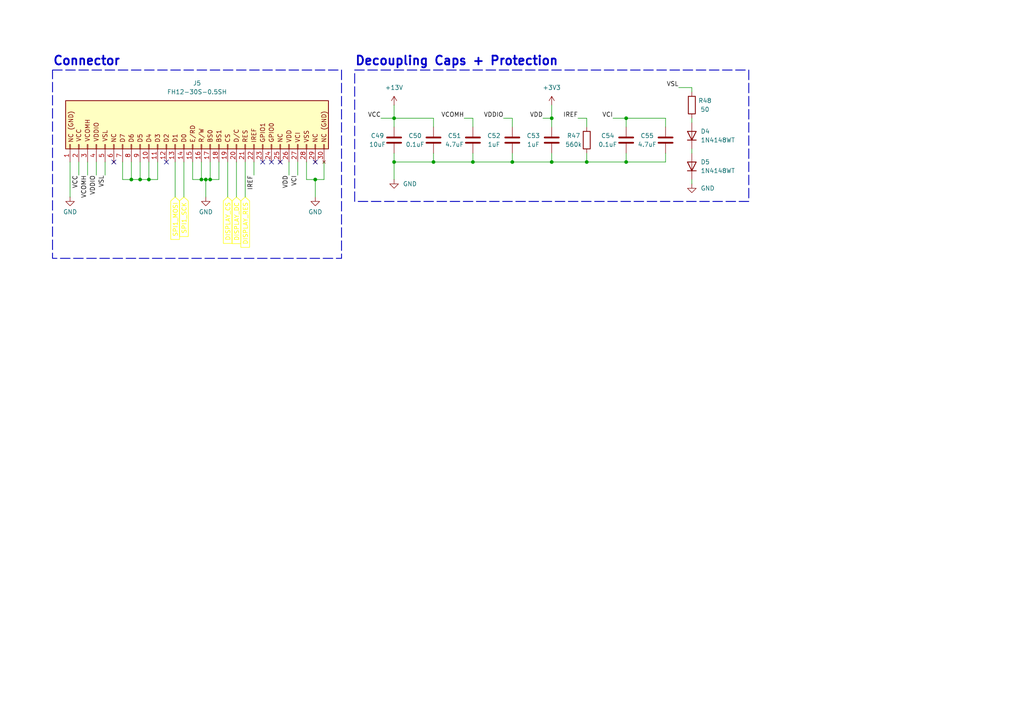
<source format=kicad_sch>
(kicad_sch (version 20250114) (generator "eeschema") (generator_version "9.0")
  (paper "A4")
  (title_block (title "HRVSTR") (date "2025-07-13") (rev "V1.0") (company "Smuggr"))
  (lib_symbols
    (symbol "Device:C" (pin_numbers (hide yes)) (pin_names (offset 0.254))
      (property "Reference" "C" (at 0.635 2.54 0))
      (property "Value" "C" (at 0.635 -2.54 0))
      (symbol "C_0_1"
        (polyline (pts (xy -2.032 0.762) (xy 2.032 0.762)) (stroke (width 0.508)))
        (polyline (pts (xy -2.032 -0.762) (xy 2.032 -0.762)) (stroke (width 0.508)))
      )
      (symbol "C_1_1"
        (pin passive line (at 0 3.81 270) (length 2.794) (name "~") (number "1"))
        (pin passive line (at 0 -3.81 90) (length 2.794) (name "~") (number "2"))
      )
    )
    (symbol "Device:R" (pin_numbers (hide yes)) (pin_names (offset 0))
      (property "Reference" "R" (at 2.032 0 90))
      (property "Value" "R" (at 0 0 90))
      (symbol "R_0_1"
        (rectangle (start -1.016 -2.54) (end 1.016 2.54) (stroke (width 0.254)))
      )
      (symbol "R_1_1"
        (pin passive line (at 0 3.81 270) (length 1.27) (name "~") (number "1"))
        (pin passive line (at 0 -3.81 90) (length 1.27) (name "~") (number "2"))
      )
    )
    (symbol "Diode:1N4148WT" (pin_numbers (hide yes)) (pin_names (hide yes))
      (property "Reference" "D" (at 0 2.54 0))
      (property "Value" "1N4148WT" (at 0 -2.54 0))
      (symbol "1N4148WT_0_1"
        (polyline (pts (xy -1.27 1.27) (xy -1.27 -1.27)) (stroke (width 0.254)))
        (polyline (pts (xy 1.27 1.27) (xy 1.27 -1.27) (xy -1.27 0) (xy 1.27 1.27)) (stroke (width 0.254)))
        (polyline (pts (xy 1.27 0) (xy -1.27 0)))
      )
      (symbol "1N4148WT_1_1"
        (pin passive line (at -3.81 0 0) (length 2.54) (name "K") (number "1"))
        (pin passive line (at 3.81 0 180) (length 2.54) (name "A") (number "2"))
      )
    )
    (symbol "UG-2828GDEDF11:Conn_01x30" (pin_names (offset 1.016) (hide yes))
      (property "Reference" "J5" (at 6.35 -1.27 90))
      (property "Value" "FH12-30S-0.5SH" (at 3.81 -1.27 90))
      (symbol "Conn_01x30_1_1"
        (rectangle (start -1.27 36.83) (end 12.7 -39.37) (stroke (width 0.254)) (fill (type background)))
        (rectangle (start -1.27 35.687) (end 0 35.433) (stroke (width 0.1524)))
        (rectangle (start -1.27 33.147) (end 0 32.893) (stroke (width 0.1524)))
        (rectangle (start -1.27 30.607) (end 0 30.353) (stroke (width 0.1524)))
        (rectangle (start -1.27 28.067) (end 0 27.813) (stroke (width 0.1524)))
        (rectangle (start -1.27 25.527) (end 0 25.273) (stroke (width 0.1524)))
        (rectangle (start -1.27 22.987) (end 0 22.733) (stroke (width 0.1524)))
        (rectangle (start -1.27 20.447) (end 0 20.193) (stroke (width 0.1524)))
        (rectangle (start -1.27 17.907) (end 0 17.653) (stroke (width 0.1524)))
        (rectangle (start -1.27 15.367) (end 0 15.113) (stroke (width 0.1524)))
        (rectangle (start -1.27 12.827) (end 0 12.573) (stroke (width 0.1524)))
        (rectangle (start -1.27 10.287) (end 0 10.033) (stroke (width 0.1524)))
        (rectangle (start -1.27 7.747) (end 0 7.493) (stroke (width 0.1524)))
        (rectangle (start -1.27 5.207) (end 0 4.953) (stroke (width 0.1524)))
        (rectangle (start -1.27 2.667) (end 0 2.413) (stroke (width 0.1524)))
        (rectangle (start -1.27 0.127) (end 0 -0.127) (stroke (width 0.1524)))
        (rectangle (start -1.27 -2.413) (end 0 -2.667) (stroke (width 0.1524)))
        (rectangle (start -1.27 -4.953) (end 0 -5.207) (stroke (width 0.1524)))
        (rectangle (start -1.27 -7.493) (end 0 -7.747) (stroke (width 0.1524)))
        (rectangle (start -1.27 -10.033) (end 0 -10.287) (stroke (width 0.1524)))
        (rectangle (start -1.27 -12.573) (end 0 -12.827) (stroke (width 0.1524)))
        (rectangle (start -1.27 -15.113) (end 0 -15.367) (stroke (width 0.1524)))
        (rectangle (start -1.27 -17.653) (end 0 -17.907) (stroke (width 0.1524)))
        (rectangle (start -1.27 -20.193) (end 0 -20.447) (stroke (width 0.1524)))
        (rectangle (start -1.27 -22.733) (end 0 -22.987) (stroke (width 0.1524)))
        (rectangle (start -1.27 -25.273) (end 0 -25.527) (stroke (width 0.1524)))
        (rectangle (start -1.27 -27.813) (end 0 -28.067) (stroke (width 0.1524)))
        (rectangle (start -1.27 -30.353) (end 0 -30.607) (stroke (width 0.1524)))
        (rectangle (start -1.27 -32.893) (end 0 -33.147) (stroke (width 0.1524)))
        (rectangle (start -1.27 -35.433) (end 0 -35.687) (stroke (width 0.1524)))
        (rectangle (start -1.27 -37.973) (end 0 -38.227) (stroke (width 0.1524)))
        (text "NC (GND)" (at 0.508 35.306 0) (effects (font (size 1.27 1.27)) (justify left)))
        (text "NC" (at 0.508 22.86 0) (effects (font (size 1.27 1.27)) (justify left)))
        (text "D7" (at 0.508 20.32 0) (effects (font (size 1.27 1.27)) (justify left)))
        (text "D6" (at 0.508 17.78 0) (effects (font (size 1.27 1.27)) (justify left)))
        (text "D5" (at 0.508 15.24 0) (effects (font (size 1.27 1.27)) (justify left)))
        (text "D4" (at 0.508 12.7 0) (effects (font (size 1.27 1.27)) (justify left)))
        (text "D3" (at 0.508 10.16 0) (effects (font (size 1.27 1.27)) (justify left)))
        (text "D2" (at 0.508 7.62 0) (effects (font (size 1.27 1.27)) (justify left)))
        (text "D1" (at 0.508 5.08 0) (effects (font (size 1.27 1.27)) (justify left)))
        (text "D0" (at 0.508 2.54 0) (effects (font (size 1.27 1.27)) (justify left)))
        (text "E/RD" (at 0.508 0 0) (effects (font (size 1.27 1.27)) (justify left)))
        (text "R/W" (at 0.508 -2.54 0) (effects (font (size 1.27 1.27)) (justify left)))
        (text "BS0" (at 0.508 -5.08 0) (effects (font (size 1.27 1.27)) (justify left)))
        (text "BS1" (at 0.508 -7.62 0) (effects (font (size 1.27 1.27)) (justify left)))
        (text "CS" (at 0.508 -10.16 0) (effects (font (size 1.27 1.27)) (justify left)))
        (text "D/C" (at 0.508 -12.7 0) (effects (font (size 1.27 1.27)) (justify left)))
        (text "RES" (at 0.508 -15.24 0) (effects (font (size 1.27 1.27)) (justify left)))
        (text "IREF" (at 0.508 -17.78 0) (effects (font (size 1.27 1.27)) (justify left)))
        (text "GPIO1" (at 0.508 -20.32 0) (effects (font (size 1.27 1.27)) (justify left)))
        (text "GPIO0" (at 0.508 -22.86 0) (effects (font (size 1.27 1.27)) (justify left)))
        (text "NC" (at 0.508 -25.4 0) (effects (font (size 1.27 1.27)) (justify left)))
        (text "VDD" (at 0.508 -27.94 0) (effects (font (size 1.27 1.27)) (justify left)))
        (text "VCI" (at 0.508 -30.48 0) (effects (font (size 1.27 1.27)) (justify left)))
        (text "VSS" (at 0.508 -33.02 0) (effects (font (size 1.27 1.27)) (justify left)))
        (text "NC" (at 0.508 -35.56 0) (effects (font (size 1.27 1.27)) (justify left)))
        (text "NC (GND)" (at 0.508 -38.1 0) (effects (font (size 1.27 1.27)) (justify left)))
        (text "VCC" (at 0.762 33.02 0) (effects (font (size 1.27 1.27)) (justify left)))
        (text "VCOMH" (at 0.762 30.48 0) (effects (font (size 1.27 1.27)) (justify left)))
        (text "VDDIO" (at 0.762 27.94 0) (effects (font (size 1.27 1.27)) (justify left)))
        (text "VSL" (at 0.762 25.4 0) (effects (font (size 1.27 1.27)) (justify left)))
        (pin passive line (at -5.08 35.56 0) (length 3.81) (name "Pin_1") (number "1"))
        (pin passive line (at -5.08 33.02 0) (length 3.81) (name "Pin_2") (number "2"))
        (pin passive line (at -5.08 30.48 0) (length 3.81) (name "Pin_3") (number "3"))
        (pin passive line (at -5.08 27.94 0) (length 3.81) (name "Pin_4") (number "4"))
        (pin passive line (at -5.08 25.4 0) (length 3.81) (name "Pin_5") (number "5"))
        (pin no_connect line (at -5.08 22.86 0) (length 3.81) (name "Pin_6") (number "6"))
        (pin passive line (at -5.08 20.32 0) (length 3.81) (name "Pin_7") (number "7"))
        (pin passive line (at -5.08 17.78 0) (length 3.81) (name "Pin_8") (number "8"))
        (pin passive line (at -5.08 15.24 0) (length 3.81) (name "Pin_9") (number "9"))
        (pin passive line (at -5.08 12.7 0) (length 3.81) (name "Pin_10") (number "10"))
        (pin passive line (at -5.08 10.16 0) (length 3.81) (name "Pin_11") (number "11"))
        (pin passive line (at -5.08 7.62 0) (length 3.81) (name "Pin_12") (number "12"))
        (pin passive line (at -5.08 5.08 0) (length 3.81) (name "Pin_13") (number "13"))
        (pin passive line (at -5.08 2.54 0) (length 3.81) (name "Pin_14") (number "14"))
        (pin passive line (at -5.08 0 0) (length 3.81) (name "Pin_15") (number "15"))
        (pin passive line (at -5.08 -2.54 0) (length 3.81) (name "Pin_16") (number "16"))
        (pin passive line (at -5.08 -5.08 0) (length 3.81) (name "Pin_17") (number "17"))
        (pin passive line (at -5.08 -7.62 0) (length 3.81) (name "Pin_18") (number "18"))
        (pin passive line (at -5.08 -10.16 0) (length 3.81) (name "Pin_19") (number "19"))
        (pin passive line (at -5.08 -12.7 0) (length 3.81) (name "Pin_20") (number "20"))
        (pin passive line (at -5.08 -15.24 0) (length 3.81) (name "Pin_21") (number "21"))
        (pin passive line (at -5.08 -17.78 0) (length 3.81) (name "Pin_22") (number "22"))
        (pin passive line (at -5.08 -20.32 0) (length 3.81) (name "Pin_23") (number "23"))
        (pin passive line (at -5.08 -22.86 0) (length 3.81) (name "Pin_24") (number "24"))
        (pin no_connect line (at -5.08 -25.4 0) (length 3.81) (name "Pin_25") (number "25"))
        (pin passive line (at -5.08 -27.94 0) (length 3.81) (name "Pin_26") (number "26"))
        (pin passive line (at -5.08 -30.48 0) (length 3.81) (name "Pin_27") (number "27"))
        (pin passive line (at -5.08 -33.02 0) (length 3.81) (name "Pin_28") (number "28"))
        (pin no_connect line (at -5.08 -35.56 0) (length 3.81) (name "Pin_29") (number "29"))
        (pin no_connect line (at -5.08 -38.1 0) (length 3.81) (name "Pin_30") (number "30"))
      )
    )
    (symbol "power:+12V" (power) (pin_numbers (hide yes)) (pin_names (offset 0) (hide yes))
      (property "Value" "+12V" (at 0 3.556 0))
      (symbol "+12V_0_1"
        (polyline (pts (xy -0.762 1.27) (xy 0 2.54)))
        (polyline (pts (xy 0 2.54) (xy 0.762 1.27)))
        (polyline (pts (xy 0 0) (xy 0 2.54)))
      )
      (symbol "+12V_1_1"
        (pin power_in line (at 0 0 90) (length 0) (name "~") (number "1"))
      )
    )
    (symbol "power:+3V3" (power) (pin_numbers (hide yes)) (pin_names (offset 0) (hide yes))
      (property "Value" "+3V3" (at 0 3.556 0))
      (symbol "+3V3_0_1"
        (polyline (pts (xy -0.762 1.27) (xy 0 2.54)))
        (polyline (pts (xy 0 2.54) (xy 0.762 1.27)))
        (polyline (pts (xy 0 0) (xy 0 2.54)))
      )
      (symbol "+3V3_1_1"
        (pin power_in line (at 0 0 90) (length 0) (name "~") (number "1"))
      )
    )
    (symbol "power:GND" (power) (pin_numbers (hide yes)) (pin_names (offset 0) (hide yes))
      (property "Value" "GND" (at 0 -3.81 0))
      (symbol "GND_0_1"
        (polyline (pts (xy 0 0) (xy 0 -1.27) (xy 1.27 -1.27) (xy 0 -2.54) (xy -1.27 -1.27) (xy 0 -1.27)))
      )
      (symbol "GND_1_1"
        (pin power_in line (at 0 0 270) (length 0) (name "~") (number "1"))
      )
    )
  )
  (rectangle (start 102.87 20.32) (end 217.17 58.42) (stroke (width 0.254) (type dash)))
  (rectangle (start 15.24 20.32) (end 99.06 74.93) (stroke (width 0.254) (type dash)))
  (text "Decoupling Caps + Protection" (at 102.87 17.78 0) (effects (font (size 2.54 2.54) (thickness 0.508) (bold yes)) (justify left)))
  (text "Connector" (at 15.24 17.78 0) (effects (font (size 2.54 2.54) (thickness 0.508) (bold yes)) (justify left)))
  (junction (at 43.18 52.07))
  (junction (at 91.44 52.07))
  (junction (at 59.69 52.07))
  (junction (at 170.18 46.99))
  (junction (at 148.59 46.99))
  (junction (at 38.1 52.07))
  (junction (at 160.02 34.29))
  (junction (at 137.16 46.99))
  (junction (at 181.61 46.99))
  (junction (at 181.61 34.29))
  (junction (at 125.73 46.99))
  (junction (at 114.3 46.99))
  (junction (at 160.02 46.99))
  (junction (at 58.42 52.07))
  (junction (at 114.3 34.29))
  (junction (at 60.96 52.07))
  (junction (at 40.64 52.07))
  (no_connect (at 91.44 46.99))
  (no_connect (at 76.2 46.99))
  (no_connect (at 33.02 46.99))
  (no_connect (at 48.26 46.99))
  (no_connect (at 81.28 46.99))
  (no_connect (at 78.74 46.99))
  (wire (pts (xy 196.85 25.4) (xy 200.66 25.4)))
  (wire (pts (xy 45.72 46.99) (xy 45.72 52.07)))
  (wire (pts (xy 63.5 46.99) (xy 63.5 52.07)))
  (wire (pts (xy 59.69 52.07) (xy 58.42 52.07)))
  (wire (pts (xy 86.36 46.99) (xy 86.36 50.8)))
  (wire (pts (xy 134.62 34.29) (xy 137.16 34.29)))
  (wire (pts (xy 50.8 46.99) (xy 50.8 57.15)))
  (wire (pts (xy 53.34 46.99) (xy 53.34 57.15)))
  (wire (pts (xy 193.04 34.29) (xy 181.61 34.29)))
  (wire (pts (xy 35.56 46.99) (xy 35.56 52.07)))
  (wire (pts (xy 137.16 46.99) (xy 125.73 46.99)))
  (wire (pts (xy 83.82 46.99) (xy 83.82 50.8)))
  (wire (pts (xy 114.3 34.29) (xy 125.73 34.29)))
  (wire (pts (xy 110.49 34.29) (xy 114.3 34.29)))
  (wire (pts (xy 55.88 52.07) (xy 55.88 46.99)))
  (wire (pts (xy 114.3 46.99) (xy 114.3 44.45)))
  (wire (pts (xy 45.72 52.07) (xy 43.18 52.07)))
  (wire (pts (xy 125.73 34.29) (xy 125.73 36.83)))
  (wire (pts (xy 125.73 44.45) (xy 125.73 46.99)))
  (wire (pts (xy 200.66 25.4) (xy 200.66 26.67)))
  (wire (pts (xy 170.18 36.83) (xy 170.18 34.29)))
  (wire (pts (xy 193.04 44.45) (xy 193.04 46.99)))
  (wire (pts (xy 181.61 34.29) (xy 181.61 36.83)))
  (wire (pts (xy 181.61 34.29) (xy 177.8 34.29)))
  (wire (pts (xy 160.02 46.99) (xy 170.18 46.99)))
  (wire (pts (xy 60.96 52.07) (xy 59.69 52.07)))
  (wire (pts (xy 43.18 46.99) (xy 43.18 52.07)))
  (wire (pts (xy 114.3 30.48) (xy 114.3 34.29)))
  (wire (pts (xy 20.32 46.99) (xy 20.32 57.15)))
  (wire (pts (xy 30.48 46.99) (xy 30.48 50.8)))
  (wire (pts (xy 27.94 46.99) (xy 27.94 50.8)))
  (wire (pts (xy 73.66 46.99) (xy 73.66 50.8)))
  (wire (pts (xy 88.9 46.99) (xy 88.9 52.07)))
  (wire (pts (xy 88.9 52.07) (xy 91.44 52.07)))
  (wire (pts (xy 200.66 43.18) (xy 200.66 44.45)))
  (wire (pts (xy 137.16 34.29) (xy 137.16 36.83)))
  (wire (pts (xy 71.12 46.99) (xy 71.12 57.15)))
  (wire (pts (xy 193.04 46.99) (xy 181.61 46.99)))
  (wire (pts (xy 181.61 46.99) (xy 170.18 46.99)))
  (wire (pts (xy 114.3 36.83) (xy 114.3 34.29)))
  (wire (pts (xy 68.58 46.99) (xy 68.58 57.15)))
  (wire (pts (xy 137.16 46.99) (xy 148.59 46.99)))
  (wire (pts (xy 60.96 46.99) (xy 60.96 52.07)))
  (wire (pts (xy 193.04 36.83) (xy 193.04 34.29)))
  (wire (pts (xy 35.56 52.07) (xy 38.1 52.07)))
  (wire (pts (xy 181.61 44.45) (xy 181.61 46.99)))
  (wire (pts (xy 58.42 46.99) (xy 58.42 52.07)))
  (wire (pts (xy 160.02 44.45) (xy 160.02 46.99)))
  (wire (pts (xy 200.66 34.29) (xy 200.66 35.56)))
  (wire (pts (xy 58.42 52.07) (xy 55.88 52.07)))
  (wire (pts (xy 25.4 46.99) (xy 25.4 50.8)))
  (wire (pts (xy 125.73 46.99) (xy 114.3 46.99)))
  (wire (pts (xy 59.69 52.07) (xy 59.69 57.15)))
  (wire (pts (xy 40.64 46.99) (xy 40.64 52.07)))
  (wire (pts (xy 91.44 52.07) (xy 93.98 52.07)))
  (wire (pts (xy 148.59 34.29) (xy 146.05 34.29)))
  (wire (pts (xy 170.18 44.45) (xy 170.18 46.99)))
  (wire (pts (xy 63.5 52.07) (xy 60.96 52.07)))
  (wire (pts (xy 137.16 44.45) (xy 137.16 46.99)))
  (wire (pts (xy 170.18 34.29) (xy 167.64 34.29)))
  (wire (pts (xy 160.02 34.29) (xy 160.02 36.83)))
  (wire (pts (xy 148.59 44.45) (xy 148.59 46.99)))
  (wire (pts (xy 148.59 36.83) (xy 148.59 34.29)))
  (wire (pts (xy 200.66 52.07) (xy 200.66 53.34)))
  (wire (pts (xy 160.02 30.48) (xy 160.02 34.29)))
  (wire (pts (xy 148.59 46.99) (xy 160.02 46.99)))
  (wire (pts (xy 43.18 52.07) (xy 40.64 52.07)))
  (wire (pts (xy 40.64 52.07) (xy 38.1 52.07)))
  (wire (pts (xy 22.86 46.99) (xy 22.86 50.8)))
  (wire (pts (xy 114.3 46.99) (xy 114.3 52.07)))
  (wire (pts (xy 38.1 52.07) (xy 38.1 46.99)))
  (wire (pts (xy 66.04 46.99) (xy 66.04 57.15)))
  (wire (pts (xy 93.98 46.99) (xy 93.98 52.07)))
  (wire (pts (xy 160.02 34.29) (xy 157.48 34.29)))
  (wire (pts (xy 91.44 52.07) (xy 91.44 57.15)))
  (label "IREF" (at 73.66 50.8 270))
  (label "VDDIO" (at 146.05 34.29 180))
  (label "VDD" (at 157.48 34.29 180))
  (label "VDDIO" (at 27.94 50.8 270))
  (label "VSL" (at 196.85 25.4 180))
  (label "VCI" (at 177.8 34.29 180))
  (label "VCC" (at 110.49 34.29 180))
  (label "VCI" (at 86.36 50.8 270))
  (label "VCOMH" (at 134.62 34.29 180))
  (label "VDD" (at 83.82 50.8 270))
  (label "VSL" (at 30.48 50.8 270))
  (label "IREF" (at 167.64 34.29 180))
  (label "VCC" (at 22.86 50.8 270))
  (label "VCOMH" (at 25.4 50.8 270))
  (global_label "SPI1_SCK" (shape input) (at 53.34 57.15 270) (property "Intersheetrefs" "${INTERSHEET_REFS}" (effects (hide yes))))
  (global_label "DISPLAY_RES" (shape input) (at 71.12 57.15 270) (property "Intersheetrefs" "${INTERSHEET_REFS}" (effects (hide yes))))
  (global_label "DISPLAY_CS" (shape input) (at 66.04 57.15 270) (property "Intersheetrefs" "${INTERSHEET_REFS}" (effects (hide yes))))
  (global_label "SPI1_MOSI" (shape input) (at 50.8 57.15 270) (property "Intersheetrefs" "${INTERSHEET_REFS}" (effects (hide yes))))
  (global_label "DISPLAY_DC" (shape input) (at 68.58 57.15 270) (property "Intersheetrefs" "${INTERSHEET_REFS}" (effects (hide yes))))
  (symbol (lib_id "Device:C") (at 125.73 40.64 0) (unit 1)
    (property "Reference" "C50" (at 120.396 39.37 0))
    (property "Value" "0.1uF" (at 120.396 41.91 0))
    (property "Description" "Unpolarized capacitor" (effects (hide yes)))
  )
  (symbol (lib_id "Diode:1N4148WT") (at 200.66 39.37 90) (unit 1)
    (property "Reference" "D4" (at 203.2 38.0999 90) (effects (justify right)))
    (property "Value" "1N4148WT" (at 203.2 40.6399 90) (effects (justify right)))
    (property "Footprint" "Diode_SMD:D_SOD-123F" (effects (hide yes)))
    (property "Datasheet" "https://www.diodes.com/assets/Datasheets/ds30396.pdf" (effects (hide yes)))
    (property "Description" "75V 0.15A Fast switching Diode, SOD-523" (effects (hide yes)))
    (property "Sim.Device" "D" (effects (hide yes)))
    (property "Sim.Pins" "1=K 2=A" (effects (hide yes)))
  )
  (symbol (lib_id "power:+3V3") (at 160.02 30.48 0) (unit 1)
    (property "Reference" "#PWR083" (effects (hide yes)))
    (property "Value" "+3V3" (at 160.02 25.4 0))
    (property "Description" "Power symbol creates a global label with name \"+3V3\"" (effects (hide yes)))
  )
  (symbol (lib_id "Device:R") (at 200.66 30.48 180) (unit 1)
    (property "Reference" "R48" (at 204.47 29.21 0))
    (property "Value" "50" (at 204.47 31.75 0))
    (property "Description" "Resistor" (effects (hide yes)))
  )
  (symbol (lib_id "power:+12V") (at 114.3 30.48 0) (unit 1)
    (property "Reference" "#PWR080" (effects (hide yes)))
    (property "Value" "+13V" (at 114.3 25.4 0))
    (property "Description" "Power symbol creates a global label with name \"+13V\"" (effects (hide yes)))
  )
  (symbol (lib_id "power:GND") (at 114.3 52.07 0) (unit 1)
    (property "Reference" "#PWR081" (effects (hide yes)))
    (property "Value" "GND" (at 116.84 53.3399 0) (effects (justify left)))
    (property "Description" "Power symbol creates a global label with name \"GND\" , ground" (effects (hide yes)))
  )
  (symbol (lib_id "Device:C") (at 137.16 40.64 0) (unit 1)
    (property "Reference" "C51" (at 131.826 39.37 0))
    (property "Value" "4.7uF" (at 131.826 41.91 0))
    (property "Description" "Unpolarized capacitor" (effects (hide yes)))
  )
  (symbol (lib_id "power:GND") (at 59.69 57.15 0) (unit 1)
    (property "Reference" "#PWR084" (effects (hide yes)))
    (property "Value" "GND" (at 57.658 61.468 0) (effects (justify left)))
    (property "Description" "Power symbol creates a global label with name \"GND\" , ground" (effects (hide yes)))
  )
  (symbol (lib_id "UG-2828GDEDF11:Conn_01x30") (at 55.88 41.91 90) (unit 1)
    (property "Reference" "J5" (at 57.15 24.13 90))
    (property "Value" "FH12-30S-0.5SH" (at 57.15 26.67 90))
    (property "Description" "Generic connector, single row, 01x30, script generated (kicad-library-utils/schlib/autogen/connector/)" (effects (hide yes)))
  )
  (symbol (lib_id "power:GND") (at 20.32 57.15 0) (unit 1)
    (property "Reference" "#PWR082" (effects (hide yes)))
    (property "Value" "GND" (at 18.288 61.468 0) (effects (justify left)))
    (property "Description" "Power symbol creates a global label with name \"GND\" , ground" (effects (hide yes)))
  )
  (symbol (lib_id "Device:C") (at 148.59 40.64 0) (unit 1)
    (property "Reference" "C52" (at 143.256 39.37 0))
    (property "Value" "1uF" (at 143.256 41.91 0))
    (property "Description" "Unpolarized capacitor" (effects (hide yes)))
  )
  (symbol (lib_id "power:GND") (at 200.66 53.34 0) (unit 1)
    (property "Reference" "#PWR086" (effects (hide yes)))
    (property "Value" "GND" (at 203.2 54.6099 0) (effects (justify left)))
    (property "Description" "Power symbol creates a global label with name \"GND\" , ground" (effects (hide yes)))
  )
  (symbol (lib_id "Device:C") (at 193.04 40.64 0) (unit 1)
    (property "Reference" "C55" (at 187.706 39.37 0))
    (property "Value" "4.7uF" (at 187.706 41.91 0))
    (property "Description" "Unpolarized capacitor" (effects (hide yes)))
  )
  (symbol (lib_id "Diode:1N4148WT") (at 200.66 48.26 90) (unit 1)
    (property "Reference" "D5" (at 203.2 46.9899 90) (effects (justify right)))
    (property "Value" "1N4148WT" (at 203.2 49.5299 90) (effects (justify right)))
    (property "Footprint" "Diode_SMD:D_SOD-123F" (effects (hide yes)))
    (property "Datasheet" "https://www.diodes.com/assets/Datasheets/ds30396.pdf" (effects (hide yes)))
    (property "Description" "75V 0.15A Fast switching Diode, SOD-523" (effects (hide yes)))
    (property "Sim.Device" "D" (effects (hide yes)))
    (property "Sim.Pins" "1=K 2=A" (effects (hide yes)))
  )
  (symbol (lib_id "Device:C") (at 181.61 40.64 0) (unit 1)
    (property "Reference" "C54" (at 176.276 39.37 0))
    (property "Value" "0.1uF" (at 176.276 41.91 0))
    (property "Description" "Unpolarized capacitor" (effects (hide yes)))
  )
  (symbol (lib_id "Device:R") (at 170.18 40.64 0) (mirror x) (unit 1)
    (property "Reference" "R47" (at 166.37 39.37 0))
    (property "Value" "560k" (at 166.37 41.91 0))
    (property "Description" "Resistor" (effects (hide yes)))
  )
  (symbol (lib_id "Device:C") (at 160.02 40.64 0) (unit 1)
    (property "Reference" "C53" (at 154.686 39.37 0))
    (property "Value" "1uF" (at 154.686 41.91 0))
    (property "Description" "Unpolarized capacitor" (effects (hide yes)))
  )
  (symbol (lib_id "power:GND") (at 91.44 57.15 0) (unit 1)
    (property "Reference" "#PWR085" (effects (hide yes)))
    (property "Value" "GND" (at 89.408 61.468 0) (effects (justify left)))
    (property "Description" "Power symbol creates a global label with name \"GND\" , ground" (effects (hide yes)))
  )
  (symbol (lib_id "Device:C") (at 114.3 40.64 0) (unit 1)
    (property "Reference" "C49" (at 109.474 39.37 0))
    (property "Value" "10uF" (at 109.474 41.91 0))
    (property "Description" "Unpolarized capacitor" (effects (hide yes)))
  )
)
</source>
